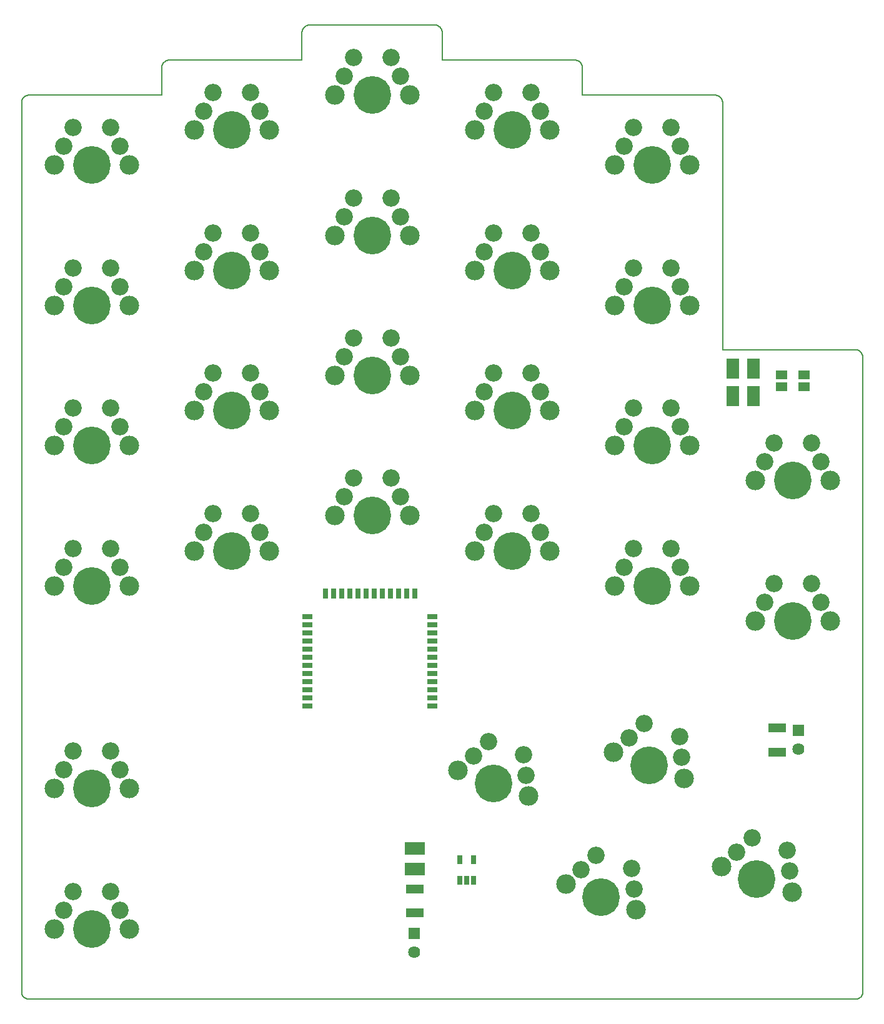
<source format=gts>
G75*
%MOIN*%
%OFA0B0*%
%FSLAX25Y25*%
%IPPOS*%
%LPD*%
%AMOC8*
5,1,8,0,0,1.08239X$1,22.5*
%
%ADD10C,0.00591*%
%ADD11C,0.09250*%
%ADD12C,0.10450*%
%ADD13C,0.20100*%
%ADD14R,0.02900X0.05400*%
%ADD15R,0.05400X0.02900*%
%ADD16R,0.05912X0.04731*%
%ADD17R,0.02762X0.04731*%
%ADD18R,0.11030X0.06699*%
%ADD19R,0.06699X0.11030*%
%ADD20R,0.09455X0.04731*%
%ADD21R,0.06400X0.06400*%
%ADD22C,0.06400*%
D10*
X0089883Y0072166D02*
X0089883Y0546576D01*
X0089885Y0546700D01*
X0089891Y0546823D01*
X0089900Y0546947D01*
X0089914Y0547069D01*
X0089931Y0547192D01*
X0089953Y0547314D01*
X0089978Y0547435D01*
X0090007Y0547555D01*
X0090039Y0547674D01*
X0090076Y0547793D01*
X0090116Y0547910D01*
X0090159Y0548025D01*
X0090207Y0548140D01*
X0090258Y0548252D01*
X0090312Y0548363D01*
X0090370Y0548473D01*
X0090431Y0548580D01*
X0090496Y0548686D01*
X0090564Y0548789D01*
X0090635Y0548890D01*
X0090709Y0548989D01*
X0090786Y0549086D01*
X0090867Y0549180D01*
X0090950Y0549271D01*
X0091036Y0549360D01*
X0091125Y0549446D01*
X0091216Y0549529D01*
X0091310Y0549610D01*
X0091407Y0549687D01*
X0091506Y0549761D01*
X0091607Y0549832D01*
X0091710Y0549900D01*
X0091816Y0549965D01*
X0091923Y0550026D01*
X0092033Y0550084D01*
X0092144Y0550138D01*
X0092256Y0550189D01*
X0092371Y0550237D01*
X0092486Y0550280D01*
X0092603Y0550320D01*
X0092722Y0550357D01*
X0092841Y0550389D01*
X0092961Y0550418D01*
X0093082Y0550443D01*
X0093204Y0550465D01*
X0093327Y0550482D01*
X0093449Y0550496D01*
X0093573Y0550505D01*
X0093696Y0550511D01*
X0093820Y0550513D01*
X0164686Y0550513D01*
X0164686Y0565276D01*
X0164688Y0565400D01*
X0164694Y0565523D01*
X0164703Y0565647D01*
X0164717Y0565769D01*
X0164734Y0565892D01*
X0164756Y0566014D01*
X0164781Y0566135D01*
X0164810Y0566255D01*
X0164842Y0566374D01*
X0164879Y0566493D01*
X0164919Y0566610D01*
X0164962Y0566725D01*
X0165010Y0566840D01*
X0165061Y0566952D01*
X0165115Y0567063D01*
X0165173Y0567173D01*
X0165234Y0567280D01*
X0165299Y0567386D01*
X0165367Y0567489D01*
X0165438Y0567590D01*
X0165512Y0567689D01*
X0165589Y0567786D01*
X0165670Y0567880D01*
X0165753Y0567971D01*
X0165839Y0568060D01*
X0165928Y0568146D01*
X0166019Y0568229D01*
X0166113Y0568310D01*
X0166210Y0568387D01*
X0166309Y0568461D01*
X0166410Y0568532D01*
X0166513Y0568600D01*
X0166619Y0568665D01*
X0166726Y0568726D01*
X0166836Y0568784D01*
X0166947Y0568838D01*
X0167059Y0568889D01*
X0167174Y0568937D01*
X0167289Y0568980D01*
X0167406Y0569020D01*
X0167525Y0569057D01*
X0167644Y0569089D01*
X0167764Y0569118D01*
X0167885Y0569143D01*
X0168007Y0569165D01*
X0168130Y0569182D01*
X0168252Y0569196D01*
X0168376Y0569205D01*
X0168499Y0569211D01*
X0168623Y0569213D01*
X0239489Y0569213D01*
X0239489Y0583977D01*
X0239491Y0584101D01*
X0239497Y0584224D01*
X0239506Y0584348D01*
X0239520Y0584470D01*
X0239537Y0584593D01*
X0239559Y0584715D01*
X0239584Y0584836D01*
X0239613Y0584956D01*
X0239645Y0585075D01*
X0239682Y0585194D01*
X0239722Y0585311D01*
X0239765Y0585426D01*
X0239813Y0585541D01*
X0239864Y0585653D01*
X0239918Y0585764D01*
X0239976Y0585874D01*
X0240037Y0585981D01*
X0240102Y0586087D01*
X0240170Y0586190D01*
X0240241Y0586291D01*
X0240315Y0586390D01*
X0240392Y0586487D01*
X0240473Y0586581D01*
X0240556Y0586672D01*
X0240642Y0586761D01*
X0240731Y0586847D01*
X0240822Y0586930D01*
X0240916Y0587011D01*
X0241013Y0587088D01*
X0241112Y0587162D01*
X0241213Y0587233D01*
X0241316Y0587301D01*
X0241422Y0587366D01*
X0241529Y0587427D01*
X0241639Y0587485D01*
X0241750Y0587539D01*
X0241862Y0587590D01*
X0241977Y0587638D01*
X0242092Y0587681D01*
X0242209Y0587721D01*
X0242328Y0587758D01*
X0242447Y0587790D01*
X0242567Y0587819D01*
X0242688Y0587844D01*
X0242810Y0587866D01*
X0242933Y0587883D01*
X0243055Y0587897D01*
X0243179Y0587906D01*
X0243302Y0587912D01*
X0243426Y0587914D01*
X0310355Y0587914D01*
X0310479Y0587912D01*
X0310602Y0587906D01*
X0310726Y0587897D01*
X0310848Y0587883D01*
X0310971Y0587866D01*
X0311093Y0587844D01*
X0311214Y0587819D01*
X0311334Y0587790D01*
X0311453Y0587758D01*
X0311572Y0587721D01*
X0311689Y0587681D01*
X0311804Y0587638D01*
X0311919Y0587590D01*
X0312031Y0587539D01*
X0312142Y0587485D01*
X0312252Y0587427D01*
X0312359Y0587366D01*
X0312465Y0587301D01*
X0312568Y0587233D01*
X0312669Y0587162D01*
X0312768Y0587088D01*
X0312865Y0587011D01*
X0312959Y0586930D01*
X0313050Y0586847D01*
X0313139Y0586761D01*
X0313225Y0586672D01*
X0313308Y0586581D01*
X0313389Y0586487D01*
X0313466Y0586390D01*
X0313540Y0586291D01*
X0313611Y0586190D01*
X0313679Y0586087D01*
X0313744Y0585981D01*
X0313805Y0585874D01*
X0313863Y0585764D01*
X0313917Y0585653D01*
X0313968Y0585541D01*
X0314016Y0585426D01*
X0314059Y0585311D01*
X0314099Y0585194D01*
X0314136Y0585075D01*
X0314168Y0584956D01*
X0314197Y0584836D01*
X0314222Y0584715D01*
X0314244Y0584593D01*
X0314261Y0584470D01*
X0314275Y0584348D01*
X0314284Y0584224D01*
X0314290Y0584101D01*
X0314292Y0583977D01*
X0314292Y0569213D01*
X0385158Y0569213D01*
X0385282Y0569211D01*
X0385405Y0569205D01*
X0385529Y0569196D01*
X0385651Y0569182D01*
X0385774Y0569165D01*
X0385896Y0569143D01*
X0386017Y0569118D01*
X0386137Y0569089D01*
X0386256Y0569057D01*
X0386375Y0569020D01*
X0386492Y0568980D01*
X0386607Y0568937D01*
X0386722Y0568889D01*
X0386834Y0568838D01*
X0386945Y0568784D01*
X0387055Y0568726D01*
X0387162Y0568665D01*
X0387268Y0568600D01*
X0387371Y0568532D01*
X0387472Y0568461D01*
X0387571Y0568387D01*
X0387668Y0568310D01*
X0387762Y0568229D01*
X0387853Y0568146D01*
X0387942Y0568060D01*
X0388028Y0567971D01*
X0388111Y0567880D01*
X0388192Y0567786D01*
X0388269Y0567689D01*
X0388343Y0567590D01*
X0388414Y0567489D01*
X0388482Y0567386D01*
X0388547Y0567280D01*
X0388608Y0567173D01*
X0388666Y0567063D01*
X0388720Y0566952D01*
X0388771Y0566840D01*
X0388819Y0566725D01*
X0388862Y0566610D01*
X0388902Y0566493D01*
X0388939Y0566374D01*
X0388971Y0566255D01*
X0389000Y0566135D01*
X0389025Y0566014D01*
X0389047Y0565892D01*
X0389064Y0565769D01*
X0389078Y0565647D01*
X0389087Y0565523D01*
X0389093Y0565400D01*
X0389095Y0565276D01*
X0389095Y0550513D01*
X0459961Y0550513D01*
X0460085Y0550511D01*
X0460208Y0550505D01*
X0460332Y0550496D01*
X0460454Y0550482D01*
X0460577Y0550465D01*
X0460699Y0550443D01*
X0460820Y0550418D01*
X0460940Y0550389D01*
X0461059Y0550357D01*
X0461178Y0550320D01*
X0461295Y0550280D01*
X0461410Y0550237D01*
X0461525Y0550189D01*
X0461637Y0550138D01*
X0461748Y0550084D01*
X0461858Y0550026D01*
X0461965Y0549965D01*
X0462071Y0549900D01*
X0462174Y0549832D01*
X0462275Y0549761D01*
X0462374Y0549687D01*
X0462471Y0549610D01*
X0462565Y0549529D01*
X0462656Y0549446D01*
X0462745Y0549360D01*
X0462831Y0549271D01*
X0462914Y0549180D01*
X0462995Y0549086D01*
X0463072Y0548989D01*
X0463146Y0548890D01*
X0463217Y0548789D01*
X0463285Y0548686D01*
X0463350Y0548580D01*
X0463411Y0548473D01*
X0463469Y0548363D01*
X0463523Y0548252D01*
X0463574Y0548140D01*
X0463622Y0548025D01*
X0463665Y0547910D01*
X0463705Y0547793D01*
X0463742Y0547674D01*
X0463774Y0547555D01*
X0463803Y0547435D01*
X0463828Y0547314D01*
X0463850Y0547192D01*
X0463867Y0547069D01*
X0463881Y0546947D01*
X0463890Y0546823D01*
X0463896Y0546700D01*
X0463898Y0546576D01*
X0463898Y0414686D01*
X0534765Y0414686D01*
X0534889Y0414684D01*
X0535012Y0414678D01*
X0535136Y0414669D01*
X0535258Y0414655D01*
X0535381Y0414638D01*
X0535503Y0414616D01*
X0535624Y0414591D01*
X0535744Y0414562D01*
X0535863Y0414530D01*
X0535982Y0414493D01*
X0536099Y0414453D01*
X0536214Y0414410D01*
X0536329Y0414362D01*
X0536441Y0414311D01*
X0536552Y0414257D01*
X0536662Y0414199D01*
X0536769Y0414138D01*
X0536875Y0414073D01*
X0536978Y0414005D01*
X0537079Y0413934D01*
X0537178Y0413860D01*
X0537275Y0413783D01*
X0537369Y0413702D01*
X0537460Y0413619D01*
X0537549Y0413533D01*
X0537635Y0413444D01*
X0537718Y0413353D01*
X0537799Y0413259D01*
X0537876Y0413162D01*
X0537950Y0413063D01*
X0538021Y0412962D01*
X0538089Y0412859D01*
X0538154Y0412753D01*
X0538215Y0412646D01*
X0538273Y0412536D01*
X0538327Y0412425D01*
X0538378Y0412313D01*
X0538426Y0412198D01*
X0538469Y0412083D01*
X0538509Y0411966D01*
X0538546Y0411847D01*
X0538578Y0411728D01*
X0538607Y0411608D01*
X0538632Y0411487D01*
X0538654Y0411365D01*
X0538671Y0411242D01*
X0538685Y0411120D01*
X0538694Y0410996D01*
X0538700Y0410873D01*
X0538702Y0410749D01*
X0538702Y0072166D01*
X0538700Y0072042D01*
X0538694Y0071919D01*
X0538685Y0071795D01*
X0538671Y0071673D01*
X0538654Y0071550D01*
X0538632Y0071428D01*
X0538607Y0071307D01*
X0538578Y0071187D01*
X0538546Y0071068D01*
X0538509Y0070949D01*
X0538469Y0070832D01*
X0538426Y0070717D01*
X0538378Y0070602D01*
X0538327Y0070490D01*
X0538273Y0070379D01*
X0538215Y0070269D01*
X0538154Y0070162D01*
X0538089Y0070056D01*
X0538021Y0069953D01*
X0537950Y0069852D01*
X0537876Y0069753D01*
X0537799Y0069656D01*
X0537718Y0069562D01*
X0537635Y0069471D01*
X0537549Y0069382D01*
X0537460Y0069296D01*
X0537369Y0069213D01*
X0537275Y0069132D01*
X0537178Y0069055D01*
X0537079Y0068981D01*
X0536978Y0068910D01*
X0536875Y0068842D01*
X0536769Y0068777D01*
X0536662Y0068716D01*
X0536552Y0068658D01*
X0536441Y0068604D01*
X0536329Y0068553D01*
X0536214Y0068505D01*
X0536099Y0068462D01*
X0535982Y0068422D01*
X0535863Y0068385D01*
X0535744Y0068353D01*
X0535624Y0068324D01*
X0535503Y0068299D01*
X0535381Y0068277D01*
X0535258Y0068260D01*
X0535136Y0068246D01*
X0535012Y0068237D01*
X0534889Y0068231D01*
X0534765Y0068229D01*
X0093820Y0068229D01*
X0093696Y0068231D01*
X0093573Y0068237D01*
X0093449Y0068246D01*
X0093327Y0068260D01*
X0093204Y0068277D01*
X0093082Y0068299D01*
X0092961Y0068324D01*
X0092841Y0068353D01*
X0092722Y0068385D01*
X0092603Y0068422D01*
X0092486Y0068462D01*
X0092371Y0068505D01*
X0092256Y0068553D01*
X0092144Y0068604D01*
X0092033Y0068658D01*
X0091923Y0068716D01*
X0091816Y0068777D01*
X0091710Y0068842D01*
X0091607Y0068910D01*
X0091506Y0068981D01*
X0091407Y0069055D01*
X0091310Y0069132D01*
X0091216Y0069213D01*
X0091125Y0069296D01*
X0091036Y0069382D01*
X0090950Y0069471D01*
X0090867Y0069562D01*
X0090786Y0069656D01*
X0090709Y0069753D01*
X0090635Y0069852D01*
X0090564Y0069953D01*
X0090496Y0070056D01*
X0090431Y0070162D01*
X0090370Y0070269D01*
X0090312Y0070379D01*
X0090258Y0070490D01*
X0090207Y0070602D01*
X0090159Y0070717D01*
X0090116Y0070832D01*
X0090076Y0070949D01*
X0090039Y0071068D01*
X0090007Y0071187D01*
X0089978Y0071307D01*
X0089953Y0071428D01*
X0089931Y0071550D01*
X0089914Y0071673D01*
X0089900Y0071795D01*
X0089891Y0071919D01*
X0089885Y0072042D01*
X0089883Y0072166D01*
D11*
X0112284Y0115631D03*
X0117284Y0125631D03*
X0137284Y0125631D03*
X0142284Y0115631D03*
X0142284Y0190434D03*
X0137284Y0200434D03*
X0117284Y0200434D03*
X0112284Y0190434D03*
X0112284Y0298702D03*
X0117284Y0308702D03*
X0137284Y0308702D03*
X0142284Y0298702D03*
X0187087Y0317402D03*
X0192087Y0327402D03*
X0212087Y0327402D03*
X0217087Y0317402D03*
X0261891Y0336103D03*
X0266891Y0346103D03*
X0286891Y0346103D03*
X0291891Y0336103D03*
X0336694Y0317402D03*
X0341694Y0327402D03*
X0361694Y0327402D03*
X0366694Y0317402D03*
X0411497Y0298702D03*
X0416497Y0308702D03*
X0436497Y0308702D03*
X0441497Y0298702D03*
X0486300Y0280001D03*
X0491300Y0290001D03*
X0511300Y0290001D03*
X0516300Y0280001D03*
X0516300Y0354804D03*
X0511300Y0364804D03*
X0491300Y0364804D03*
X0486300Y0354804D03*
X0441497Y0373505D03*
X0436497Y0383505D03*
X0416497Y0383505D03*
X0411497Y0373505D03*
X0366694Y0392206D03*
X0361694Y0402206D03*
X0341694Y0402206D03*
X0336694Y0392206D03*
X0291891Y0410906D03*
X0286891Y0420906D03*
X0266891Y0420906D03*
X0261891Y0410906D03*
X0217087Y0392206D03*
X0212087Y0402206D03*
X0192087Y0402206D03*
X0187087Y0392206D03*
X0142284Y0373505D03*
X0137284Y0383505D03*
X0117284Y0383505D03*
X0112284Y0373505D03*
X0112284Y0448308D03*
X0117284Y0458308D03*
X0137284Y0458308D03*
X0142284Y0448308D03*
X0187087Y0467009D03*
X0192087Y0477009D03*
X0212087Y0477009D03*
X0217087Y0467009D03*
X0261891Y0485709D03*
X0266891Y0495709D03*
X0286891Y0495709D03*
X0291891Y0485709D03*
X0336694Y0467009D03*
X0341694Y0477009D03*
X0361694Y0477009D03*
X0366694Y0467009D03*
X0411497Y0448308D03*
X0416497Y0458308D03*
X0436497Y0458308D03*
X0441497Y0448308D03*
X0441497Y0523111D03*
X0436497Y0533111D03*
X0416497Y0533111D03*
X0411497Y0523111D03*
X0366694Y0541812D03*
X0361694Y0551812D03*
X0341694Y0551812D03*
X0336694Y0541812D03*
X0291891Y0560513D03*
X0286891Y0570513D03*
X0266891Y0570513D03*
X0261891Y0560513D03*
X0217087Y0541812D03*
X0212087Y0551812D03*
X0192087Y0551812D03*
X0187087Y0541812D03*
X0142284Y0523111D03*
X0137284Y0533111D03*
X0117284Y0533111D03*
X0112284Y0523111D03*
X0413952Y0207445D03*
X0422071Y0215132D03*
X0440864Y0208292D03*
X0442143Y0197185D03*
X0479570Y0154402D03*
X0471452Y0146715D03*
X0498364Y0147561D03*
X0499643Y0136454D03*
X0416559Y0126893D03*
X0415280Y0138000D03*
X0396486Y0144840D03*
X0388368Y0137153D03*
X0359059Y0187623D03*
X0357780Y0198730D03*
X0338987Y0205570D03*
X0330868Y0197883D03*
D12*
X0322749Y0190197D03*
X0360337Y0176516D03*
X0405833Y0199758D03*
X0443421Y0186078D03*
X0463333Y0139028D03*
X0500921Y0125347D03*
X0417837Y0115786D03*
X0380249Y0129466D03*
X0481300Y0270001D03*
X0446497Y0288702D03*
X0406497Y0288702D03*
X0371694Y0307402D03*
X0331694Y0307402D03*
X0296891Y0326103D03*
X0256891Y0326103D03*
X0222087Y0307402D03*
X0182087Y0307402D03*
X0147284Y0288702D03*
X0107284Y0288702D03*
X0107284Y0363505D03*
X0147284Y0363505D03*
X0182087Y0382206D03*
X0222087Y0382206D03*
X0256891Y0400906D03*
X0296891Y0400906D03*
X0331694Y0382206D03*
X0371694Y0382206D03*
X0406497Y0363505D03*
X0446497Y0363505D03*
X0481300Y0344804D03*
X0521300Y0344804D03*
X0521300Y0270001D03*
X0446497Y0438308D03*
X0406497Y0438308D03*
X0371694Y0457009D03*
X0331694Y0457009D03*
X0296891Y0475709D03*
X0256891Y0475709D03*
X0222087Y0457009D03*
X0182087Y0457009D03*
X0147284Y0438308D03*
X0107284Y0438308D03*
X0107284Y0513111D03*
X0147284Y0513111D03*
X0182087Y0531812D03*
X0222087Y0531812D03*
X0256891Y0550513D03*
X0296891Y0550513D03*
X0331694Y0531812D03*
X0371694Y0531812D03*
X0406497Y0513111D03*
X0446497Y0513111D03*
X0147284Y0180434D03*
X0107284Y0180434D03*
X0107284Y0105631D03*
X0147284Y0105631D03*
D13*
X0127284Y0105631D03*
X0127284Y0180434D03*
X0127284Y0288702D03*
X0127284Y0363505D03*
X0127284Y0438308D03*
X0202087Y0457009D03*
X0202087Y0531812D03*
X0127284Y0513111D03*
X0202087Y0382206D03*
X0202087Y0307402D03*
X0276891Y0326103D03*
X0276891Y0400906D03*
X0351694Y0382206D03*
X0351694Y0307402D03*
X0426497Y0288702D03*
X0426497Y0363505D03*
X0426497Y0438308D03*
X0426497Y0513111D03*
X0351694Y0531812D03*
X0351694Y0457009D03*
X0276891Y0475709D03*
X0276891Y0550513D03*
X0501300Y0344804D03*
X0501300Y0270001D03*
X0424627Y0192918D03*
X0482127Y0132188D03*
X0399043Y0122626D03*
X0341543Y0183356D03*
D14*
X0299528Y0284568D03*
X0295198Y0284568D03*
X0290867Y0284568D03*
X0286536Y0284568D03*
X0282206Y0284568D03*
X0277875Y0284568D03*
X0273544Y0284568D03*
X0269213Y0284568D03*
X0264883Y0284568D03*
X0260552Y0284568D03*
X0256221Y0284568D03*
X0251891Y0284568D03*
D15*
X0242245Y0272166D03*
X0242245Y0267835D03*
X0242245Y0263505D03*
X0242245Y0259174D03*
X0242245Y0254843D03*
X0242245Y0250513D03*
X0242245Y0246182D03*
X0242245Y0241851D03*
X0242245Y0237520D03*
X0242245Y0233190D03*
X0242245Y0228859D03*
X0242245Y0224528D03*
X0309174Y0224528D03*
X0309174Y0228859D03*
X0309174Y0233190D03*
X0309174Y0237520D03*
X0309174Y0241851D03*
X0309174Y0246182D03*
X0309174Y0250513D03*
X0309174Y0254843D03*
X0309174Y0259174D03*
X0309174Y0263505D03*
X0309174Y0267835D03*
X0309174Y0272166D03*
D16*
X0495394Y0395001D03*
X0495394Y0401300D03*
X0507206Y0401300D03*
X0507206Y0395001D03*
D17*
X0331024Y0142639D03*
X0323544Y0142639D03*
X0323544Y0131615D03*
X0327284Y0131615D03*
X0331024Y0131615D03*
D18*
X0299725Y0137520D03*
X0299725Y0148544D03*
D19*
X0469410Y0389883D03*
X0480434Y0389883D03*
X0480434Y0404450D03*
X0469410Y0404450D03*
D20*
X0493032Y0212914D03*
X0493032Y0199922D03*
X0299725Y0127087D03*
X0299725Y0114095D03*
D21*
X0299331Y0103150D03*
X0504450Y0211654D03*
D22*
X0504450Y0201654D03*
X0299331Y0093150D03*
M02*

</source>
